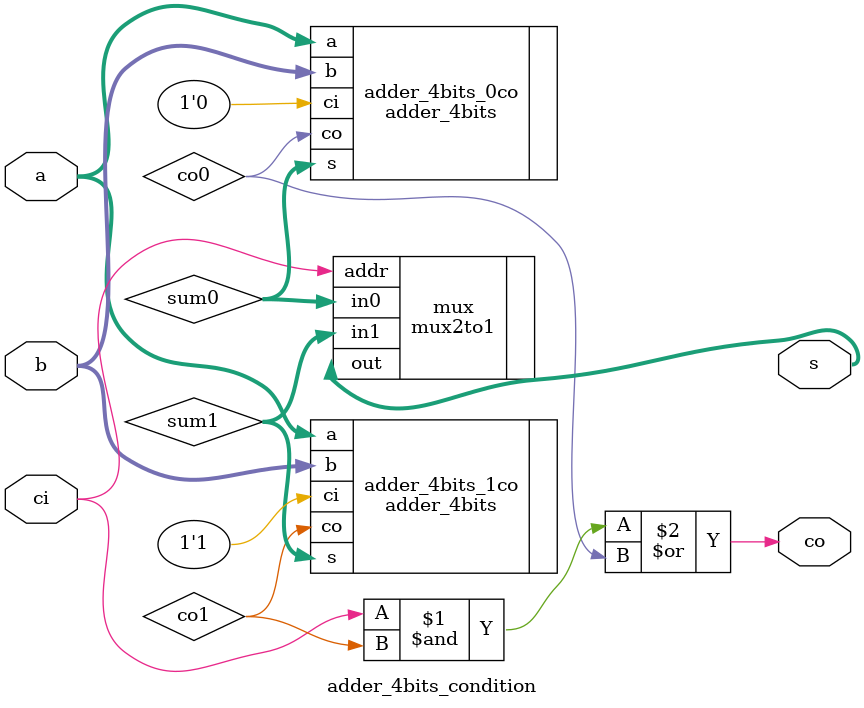
<source format=v>
module adder_4bits_condition(a,b,ci,s,co);
	input wire [3:0] a,b;
	input wire ci;
	output wire [3:0] s;
	output wire co;
	wire [3:0] sum0, sum1;
	wire co0, co1;
	
	adder_4bits adder_4bits_0co(
	.a(a),
	.b(b),
	.ci(1'b0),
	.s(sum0),
	.co(co0));
	
	adder_4bits adder_4bits_1co(
	.a(a),
	.b(b),
	.ci(1'b1),
	.s(sum1),
	.co(co1));
	
	mux2to1 #(.n(4))mux(
	.out(s),
	.in0(sum0),
	.in1(sum1),
	.addr(ci));
	
	assign co=(ci&co1)|co0;

endmodule
</source>
